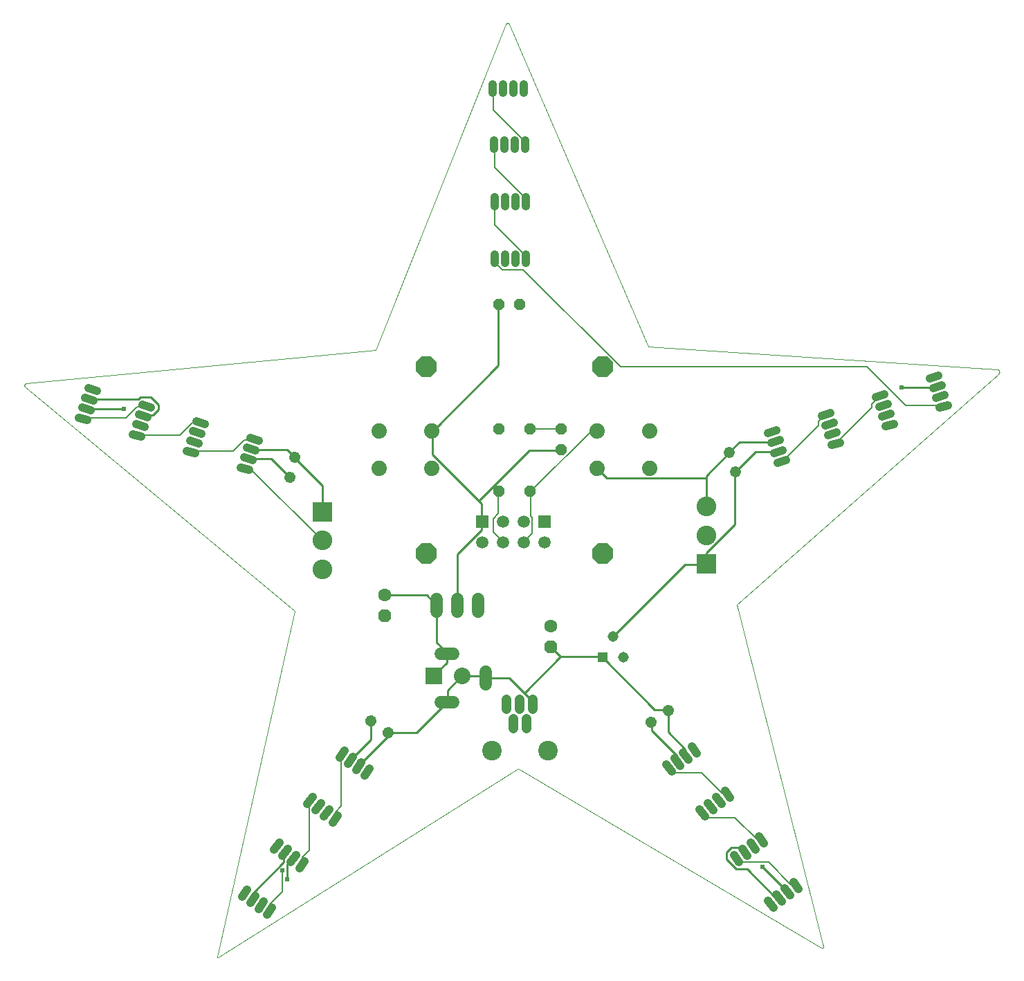
<source format=gtl>
G04 EAGLE Gerber RS-274X export*
G75*
%MOMM*%
%FSLAX34Y34*%
%LPD*%
%INTop Copper*%
%IPPOS*%
%AMOC8*
5,1,8,0,0,1.08239X$1,22.5*%
G01*
%ADD10C,0.001000*%
%ADD11P,1.429621X8X292.500000*%
%ADD12P,1.429621X8X112.500000*%
%ADD13C,1.879600*%
%ADD14R,1.508000X1.508000*%
%ADD15C,1.508000*%
%ADD16C,1.058000*%
%ADD17R,1.308000X1.308000*%
%ADD18C,1.308000*%
%ADD19C,1.508000*%
%ADD20P,2.749271X8X202.500000*%
%ADD21R,2.413000X2.413000*%
%ADD22C,2.413000*%
%ADD23C,1.524000*%
%ADD24R,2.032000X2.032000*%
%ADD25C,2.032000*%
%ADD26P,1.732040X8X292.500000*%
%ADD27C,1.600200*%
%ADD28C,1.208000*%
%ADD29C,2.400000*%
%ADD30P,1.429621X8X278.500000*%
%ADD31P,1.429621X8X202.500000*%
%ADD32P,1.429621X8X130.500000*%
%ADD33P,1.429621X8X58.500000*%
%ADD34P,1.429621X8X346.500000*%
%ADD35C,0.152400*%
%ADD36C,0.254000*%
%ADD37C,0.609600*%


D10*
X767380Y748707D02*
X596777Y1142947D01*
X596737Y1143033D01*
X596694Y1143119D01*
X596647Y1143202D01*
X596597Y1143283D01*
X596543Y1143362D01*
X596487Y1143439D01*
X596427Y1143513D01*
X596364Y1143585D01*
X596298Y1143655D01*
X596230Y1143721D01*
X596159Y1143785D01*
X596085Y1143845D01*
X596009Y1143903D01*
X595930Y1143957D01*
X595849Y1144008D01*
X595767Y1144056D01*
X595682Y1144100D01*
X595596Y1144141D01*
X595508Y1144178D01*
X595418Y1144211D01*
X595327Y1144241D01*
X595235Y1144267D01*
X595143Y1144289D01*
X595049Y1144307D01*
X594954Y1144321D01*
X594860Y1144332D01*
X594764Y1144338D01*
X594669Y1144341D01*
X594573Y1144340D01*
X594478Y1144334D01*
X594383Y1144325D01*
X594288Y1144312D01*
X594194Y1144295D01*
X594101Y1144274D01*
X594009Y1144249D01*
X593918Y1144221D01*
X593828Y1144188D01*
X593740Y1144153D01*
X593653Y1144113D01*
X593567Y1144070D01*
X593484Y1144023D01*
X593403Y1143973D01*
X593323Y1143920D01*
X593247Y1143863D01*
X593172Y1143804D01*
X593100Y1143741D01*
X593031Y1143676D01*
X592964Y1143607D01*
X592900Y1143536D01*
X592839Y1143462D01*
X592782Y1143386D01*
X592727Y1143308D01*
X592676Y1143227D01*
X592628Y1143145D01*
X592584Y1143060D01*
X592543Y1142974D01*
X592506Y1142886D01*
X433200Y743945D01*
X5663Y703530D01*
X5568Y703520D01*
X5473Y703505D01*
X5379Y703486D01*
X5286Y703464D01*
X5193Y703437D01*
X5102Y703407D01*
X5012Y703374D01*
X4924Y703336D01*
X4837Y703296D01*
X4752Y703251D01*
X4668Y703204D01*
X4587Y703153D01*
X4508Y703098D01*
X4431Y703041D01*
X4357Y702980D01*
X4285Y702917D01*
X4215Y702850D01*
X4149Y702781D01*
X4085Y702709D01*
X4024Y702635D01*
X3967Y702558D01*
X3912Y702479D01*
X3861Y702398D01*
X3813Y702315D01*
X3768Y702230D01*
X3727Y702143D01*
X3690Y702055D01*
X3656Y701965D01*
X3626Y701874D01*
X3599Y701782D01*
X3576Y701688D01*
X3557Y701594D01*
X3542Y701500D01*
X3531Y701404D01*
X3524Y701309D01*
X3520Y701213D01*
X3521Y701117D01*
X3525Y701021D01*
X3533Y700925D01*
X3545Y700830D01*
X3561Y700735D01*
X3581Y700641D01*
X3605Y700548D01*
X3632Y700456D01*
X3663Y700365D01*
X3698Y700276D01*
X3736Y700188D01*
X3778Y700101D01*
X3823Y700017D01*
X3872Y699934D01*
X3924Y699853D01*
X3979Y699775D01*
X4037Y699699D01*
X4099Y699625D01*
X4163Y699554D01*
X4230Y699485D01*
X4300Y699419D01*
X4373Y699356D01*
X4372Y699356D02*
X334466Y424653D01*
X239866Y1453D01*
X239857Y1405D01*
X239852Y1357D01*
X239851Y1308D01*
X239854Y1260D01*
X239860Y1212D01*
X239870Y1165D01*
X239884Y1118D01*
X239902Y1073D01*
X239923Y1029D01*
X239947Y987D01*
X239974Y947D01*
X240005Y910D01*
X240038Y875D01*
X240074Y842D01*
X240113Y813D01*
X240154Y787D01*
X240196Y763D01*
X240240Y744D01*
X240286Y728D01*
X240333Y715D01*
X240381Y706D01*
X240429Y701D01*
X240477Y700D01*
X240526Y703D01*
X240574Y709D01*
X240621Y719D01*
X240668Y733D01*
X240713Y750D01*
X240757Y771D01*
X240799Y795D01*
X607616Y232081D01*
X978645Y12656D01*
X978716Y12616D01*
X978789Y12580D01*
X978864Y12547D01*
X978940Y12518D01*
X979017Y12493D01*
X979095Y12471D01*
X979175Y12453D01*
X979255Y12439D01*
X979336Y12429D01*
X979417Y12422D01*
X979498Y12420D01*
X979580Y12422D01*
X979661Y12427D01*
X979742Y12436D01*
X979822Y12449D01*
X979902Y12466D01*
X979980Y12487D01*
X980058Y12512D01*
X980134Y12540D01*
X980209Y12572D01*
X980282Y12607D01*
X980354Y12646D01*
X980423Y12688D01*
X980491Y12734D01*
X980556Y12783D01*
X980619Y12835D01*
X980679Y12889D01*
X980736Y12947D01*
X980791Y13007D01*
X980843Y13070D01*
X980891Y13136D01*
X980937Y13203D01*
X980979Y13273D01*
X981018Y13344D01*
X981053Y13418D01*
X981085Y13493D01*
X981113Y13569D01*
X981137Y13647D01*
X981158Y13726D01*
X981174Y13805D01*
X981187Y13886D01*
X981196Y13966D01*
X981202Y14048D01*
X981203Y14129D01*
X981200Y14210D01*
X981194Y14292D01*
X981183Y14372D01*
X981169Y14452D01*
X981151Y14532D01*
X981150Y14532D02*
X875170Y432359D01*
X1195568Y714823D01*
X1195652Y714899D01*
X1195734Y714979D01*
X1195812Y715061D01*
X1195888Y715145D01*
X1195960Y715233D01*
X1196030Y715322D01*
X1196097Y715414D01*
X1196160Y715508D01*
X1196220Y715605D01*
X1196277Y715703D01*
X1196330Y715803D01*
X1196380Y715905D01*
X1196427Y716009D01*
X1196470Y716114D01*
X1196509Y716220D01*
X1196545Y716328D01*
X1196577Y716437D01*
X1196605Y716547D01*
X1196629Y716658D01*
X1196650Y716769D01*
X1196667Y716882D01*
X1196680Y716995D01*
X1196689Y717108D01*
X1196695Y717221D01*
X1196696Y717335D01*
X1196694Y717448D01*
X1196687Y717562D01*
X1196677Y717675D01*
X1196663Y717787D01*
X1196645Y717899D01*
X1196624Y718011D01*
X1196598Y718121D01*
X1196569Y718231D01*
X1196536Y718340D01*
X1196499Y718447D01*
X1196459Y718553D01*
X1196415Y718658D01*
X1196368Y718761D01*
X1196317Y718863D01*
X1196263Y718962D01*
X1196205Y719060D01*
X1196144Y719156D01*
X1196080Y719250D01*
X1196012Y719341D01*
X1195942Y719430D01*
X1195868Y719517D01*
X1195792Y719601D01*
X1195713Y719682D01*
X1195631Y719761D01*
X1195546Y719836D01*
X1195459Y719909D01*
X1195370Y719979D01*
X1195278Y720046D01*
X1195184Y720109D01*
X1195088Y720170D01*
X1194990Y720227D01*
X1194890Y720280D01*
X1194788Y720331D01*
X1194684Y720377D01*
X1194579Y720420D01*
X1194473Y720460D01*
X1194365Y720496D01*
X1194256Y720528D01*
X1194146Y720557D01*
X1194035Y720581D01*
X1193924Y720602D01*
X1193812Y720619D01*
X1193699Y720632D01*
X1193586Y720642D01*
X1193585Y720642D02*
X767380Y748707D01*
D11*
X660400Y647700D03*
X660400Y622300D03*
D12*
X622300Y571500D03*
X622300Y647700D03*
X584200Y571500D03*
X584200Y647700D03*
D13*
X502412Y599694D03*
X437388Y599694D03*
X502412Y644906D03*
X437388Y644906D03*
X704088Y644906D03*
X769112Y644906D03*
X704088Y599694D03*
X769112Y599694D03*
D14*
X563500Y534670D03*
D15*
X588900Y534670D03*
X614300Y534670D03*
X614300Y509270D03*
X588900Y509270D03*
X563500Y509270D03*
X639700Y509270D03*
D14*
X639700Y534670D03*
D16*
X576580Y1058970D02*
X576580Y1069550D01*
X589280Y1069550D02*
X589280Y1058970D01*
X601980Y1058970D02*
X601980Y1069550D01*
X614680Y1069550D02*
X614680Y1058970D01*
X577850Y1000970D02*
X577850Y990390D01*
X590550Y990390D02*
X590550Y1000970D01*
X603250Y1000970D02*
X603250Y990390D01*
X615950Y990390D02*
X615950Y1000970D01*
X579120Y931120D02*
X579120Y920540D01*
X591820Y920540D02*
X591820Y931120D01*
X604520Y931120D02*
X604520Y920540D01*
X617220Y920540D02*
X617220Y931120D01*
X579120Y861270D02*
X579120Y850690D01*
X591820Y850690D02*
X591820Y861270D01*
X604520Y861270D02*
X604520Y850690D01*
X617220Y850690D02*
X617220Y861270D01*
X1111762Y709903D02*
X1121824Y713172D01*
X1125749Y701094D02*
X1115687Y697825D01*
X1119611Y685746D02*
X1129673Y689015D01*
X1133598Y676937D02*
X1123536Y673668D01*
X1055784Y690312D02*
X1045722Y687043D01*
X1049647Y674965D02*
X1059709Y678234D01*
X1063633Y666155D02*
X1053571Y662886D01*
X1057496Y650808D02*
X1067558Y654077D01*
X989744Y667452D02*
X979682Y664183D01*
X983607Y652105D02*
X993669Y655374D01*
X997593Y643295D02*
X987531Y640026D01*
X991456Y627948D02*
X1001518Y631217D01*
X923704Y645862D02*
X913642Y642593D01*
X917567Y630515D02*
X927629Y633784D01*
X931553Y621705D02*
X921491Y618436D01*
X925416Y606358D02*
X935478Y609627D01*
X944482Y92947D02*
X950701Y84388D01*
X940427Y76923D02*
X934208Y85482D01*
X923933Y78017D02*
X930152Y69458D01*
X919878Y61993D02*
X913659Y70552D01*
X908791Y140268D02*
X902572Y148827D01*
X892298Y141362D02*
X898517Y132803D01*
X888242Y125338D02*
X882023Y133897D01*
X871749Y126432D02*
X877968Y117873D01*
X866881Y196148D02*
X860662Y204707D01*
X850388Y197242D02*
X856607Y188683D01*
X846332Y181218D02*
X840113Y189777D01*
X829839Y182312D02*
X836058Y173753D01*
X826241Y250758D02*
X820022Y259317D01*
X809748Y251852D02*
X815967Y243293D01*
X805692Y235828D02*
X799473Y244387D01*
X789199Y236922D02*
X795418Y228363D01*
X306811Y61662D02*
X300592Y53103D01*
X290318Y60568D02*
X296537Y69127D01*
X286262Y76592D02*
X280043Y68033D01*
X269769Y75498D02*
X275988Y84057D01*
X339962Y110253D02*
X346181Y118812D01*
X335907Y126277D02*
X329688Y117718D01*
X319413Y125183D02*
X325632Y133742D01*
X315358Y141207D02*
X309139Y132648D01*
X380602Y166133D02*
X386821Y174692D01*
X376547Y182157D02*
X370328Y173598D01*
X360053Y181063D02*
X366272Y189622D01*
X355998Y197087D02*
X349779Y188528D01*
D17*
X711200Y368300D03*
D18*
X723900Y393700D03*
X736600Y368300D03*
D19*
X528240Y312900D02*
X513160Y312900D01*
X513160Y372900D02*
X528240Y372900D01*
X567700Y350440D02*
X567700Y335360D01*
D20*
X495300Y723900D03*
X495300Y495300D03*
X711200Y723900D03*
X711200Y495300D03*
D21*
X838200Y482600D03*
D22*
X838200Y517600D03*
X838200Y552600D03*
D21*
X368300Y546100D03*
D22*
X368300Y511100D03*
X368300Y476100D03*
D23*
X508000Y439420D02*
X508000Y424180D01*
X533400Y424180D02*
X533400Y439420D01*
X558800Y439420D02*
X558800Y424180D01*
D24*
X504190Y345440D03*
D25*
X539190Y345440D03*
D26*
X647700Y381000D03*
D27*
X647700Y406400D03*
D26*
X444500Y419100D03*
D27*
X444500Y444500D03*
D28*
X609600Y316880D02*
X609600Y304800D01*
X593600Y304800D02*
X593600Y316880D01*
X625600Y316880D02*
X625600Y304800D01*
D29*
X575600Y254300D03*
D28*
X601600Y280720D02*
X601600Y292800D01*
X617600Y292800D02*
X617600Y280720D01*
D29*
X644600Y254300D03*
D16*
X426191Y231842D02*
X419972Y223283D01*
X409698Y230748D02*
X415917Y239307D01*
X405642Y246772D02*
X399423Y238213D01*
X389149Y245678D02*
X395368Y254237D01*
X80424Y658428D02*
X70362Y661697D01*
X74287Y673775D02*
X84349Y670506D01*
X88273Y682585D02*
X78211Y685854D01*
X82136Y697932D02*
X92198Y694663D01*
X136402Y641377D02*
X146464Y638108D01*
X150389Y650186D02*
X140327Y653455D01*
X144251Y665534D02*
X154313Y662265D01*
X158238Y674343D02*
X148176Y677612D01*
X202442Y621057D02*
X212504Y617788D01*
X216429Y629866D02*
X206367Y633135D01*
X210291Y645214D02*
X220353Y641945D01*
X224278Y654023D02*
X214216Y657292D01*
X268482Y600737D02*
X278544Y597468D01*
X282469Y609546D02*
X272407Y612815D01*
X276331Y624894D02*
X286393Y621625D01*
X290318Y633703D02*
X280256Y636972D01*
D30*
X334542Y613033D03*
X328398Y588387D03*
D31*
X609600Y800100D03*
X584200Y800100D03*
D32*
X873875Y594982D03*
X866025Y619138D03*
D33*
X770775Y288445D03*
X791325Y303375D03*
D34*
X427875Y290675D03*
X448425Y275745D03*
D35*
X623316Y541020D02*
X623316Y571500D01*
X623316Y541020D02*
X624840Y539496D01*
X624840Y519684D01*
X615696Y510540D01*
X614300Y509270D01*
X696468Y644652D02*
X704088Y644652D01*
X696468Y644652D02*
X623316Y571500D01*
X704088Y644652D02*
X704088Y644906D01*
X623316Y571500D02*
X622300Y571500D01*
D36*
X878586Y631698D02*
X922020Y631698D01*
X878586Y631698D02*
X866394Y619506D01*
X922020Y631698D02*
X922598Y632149D01*
X866394Y619506D02*
X866025Y619138D01*
X1076706Y698754D02*
X1120140Y698754D01*
X1120718Y699459D01*
X838200Y590550D02*
X838200Y587502D01*
X838200Y552600D01*
X838200Y590550D02*
X865632Y617982D01*
X866025Y619138D01*
X812292Y256032D02*
X812292Y247650D01*
X812292Y256032D02*
X791718Y276606D01*
X791718Y303276D01*
X812292Y247650D02*
X812857Y247572D01*
X791718Y303276D02*
X791325Y303375D01*
X906780Y112014D02*
X937260Y81534D01*
X937317Y81202D01*
X412242Y234696D02*
X410718Y233172D01*
X412242Y234696D02*
X412807Y235028D01*
X448056Y271272D02*
X448056Y275082D01*
X448056Y271272D02*
X413004Y236220D01*
X448056Y275082D02*
X448425Y275745D01*
X413004Y236220D02*
X412807Y235028D01*
X305562Y611124D02*
X278130Y611124D01*
X305562Y611124D02*
X327660Y589026D01*
X278130Y611124D02*
X277438Y611181D01*
X327660Y589026D02*
X328398Y588387D01*
X124968Y672084D02*
X80010Y672084D01*
X79318Y672141D01*
X659892Y368808D02*
X710946Y368808D01*
X659892Y368808D02*
X647700Y381000D01*
X710946Y368808D02*
X711200Y368300D01*
X521208Y327660D02*
X521208Y313182D01*
X521208Y327660D02*
X538734Y345186D01*
X521208Y313182D02*
X520700Y312900D01*
X538734Y345186D02*
X539190Y345440D01*
X624840Y314706D02*
X624840Y304800D01*
X615315Y324231D02*
X596646Y342900D01*
X615315Y324231D02*
X624840Y314706D01*
X596646Y342900D02*
X567700Y342900D01*
X624840Y304800D02*
X625600Y304800D01*
X565404Y345186D02*
X540258Y345186D01*
X565404Y345186D02*
X566928Y343662D01*
X540258Y345186D02*
X539190Y345440D01*
X566928Y343662D02*
X567700Y342900D01*
X615315Y324231D02*
X659892Y368808D01*
X563118Y524256D02*
X563118Y534162D01*
X563118Y524256D02*
X533400Y494538D01*
X533400Y431800D01*
X563118Y534162D02*
X563500Y534670D01*
X502920Y616458D02*
X502920Y644652D01*
X559308Y560070D02*
X563118Y556260D01*
X559308Y560070D02*
X502920Y616458D01*
X563118Y556260D02*
X563118Y535686D01*
X502920Y644652D02*
X502412Y644906D01*
X563118Y535686D02*
X563500Y534670D01*
X621030Y621792D02*
X659892Y621792D01*
X621030Y621792D02*
X559308Y560070D01*
X659892Y621792D02*
X660400Y622300D01*
X583692Y725424D02*
X583692Y800100D01*
X583692Y725424D02*
X503682Y645414D01*
X583692Y800100D02*
X584200Y800100D01*
X503682Y645414D02*
X502412Y644906D01*
X483108Y275844D02*
X449580Y275844D01*
X483108Y275844D02*
X519684Y312420D01*
X449580Y275844D02*
X448425Y275745D01*
X519684Y312420D02*
X520700Y312900D01*
X774954Y304038D02*
X790194Y304038D01*
X774954Y304038D02*
X711708Y367284D01*
X790194Y304038D02*
X791325Y303375D01*
X711708Y367284D02*
X711200Y368300D01*
X716280Y587502D02*
X838200Y587502D01*
X716280Y587502D02*
X704088Y599694D01*
D37*
X1076706Y698754D03*
X906780Y112014D03*
X124968Y672084D03*
D36*
X325374Y115062D02*
X325374Y96774D01*
X325374Y115062D02*
X332232Y121920D01*
X332797Y121998D01*
D37*
X325374Y96774D03*
D35*
X622300Y647700D02*
X660400Y647700D01*
X583692Y571500D02*
X583692Y544068D01*
X577596Y537972D01*
X577596Y521208D01*
X588264Y510540D01*
X584200Y571500D02*
X583692Y571500D01*
X588264Y510540D02*
X588900Y509270D01*
D36*
X325374Y622554D02*
X281940Y622554D01*
X325374Y622554D02*
X334518Y613410D01*
X281940Y622554D02*
X281362Y623259D01*
X334518Y613410D02*
X334542Y613033D01*
X143256Y684276D02*
X83820Y684276D01*
X143256Y684276D02*
X145542Y686562D01*
X158496Y686562D01*
X167640Y677418D01*
X167640Y671322D01*
X160782Y664464D01*
X149352Y664464D01*
X83820Y684276D02*
X83242Y684219D01*
X149352Y664464D02*
X149282Y663899D01*
X368046Y578358D02*
X368046Y546354D01*
X368046Y578358D02*
X334518Y611886D01*
X368046Y546354D02*
X368300Y546100D01*
X334518Y611886D02*
X334542Y613033D01*
X898398Y619506D02*
X925830Y619506D01*
X898398Y619506D02*
X874014Y595122D01*
X925830Y619506D02*
X926522Y620071D01*
X874014Y595122D02*
X873875Y594982D01*
X838200Y496062D02*
X838200Y482600D01*
X838200Y496062D02*
X873252Y531114D01*
X873252Y594360D01*
X873875Y594982D01*
X402533Y242492D02*
X402336Y242316D01*
X427482Y267462D02*
X427482Y290322D01*
X427482Y267462D02*
X403098Y243078D01*
X427482Y290322D02*
X427875Y290675D01*
X403098Y243078D02*
X402533Y242492D01*
X802386Y240792D02*
X802386Y247650D01*
X771144Y278892D01*
X771144Y288036D01*
X802386Y240792D02*
X802583Y240108D01*
X771144Y288036D02*
X770775Y288445D01*
X922782Y73914D02*
X926592Y73914D01*
X922782Y73914D02*
X887730Y108966D01*
X874776Y108966D01*
X862584Y121158D01*
X862584Y129540D01*
X868680Y135636D01*
X879348Y135636D01*
X884682Y130302D01*
X926592Y73914D02*
X927043Y73738D01*
X885133Y129618D02*
X884682Y130302D01*
X837438Y481584D02*
X811530Y481584D01*
X723900Y393954D01*
X837438Y481584D02*
X838200Y482600D01*
X723900Y393954D02*
X723900Y393700D01*
X283464Y80010D02*
X283464Y72390D01*
X283464Y80010D02*
X320802Y117348D01*
X320802Y127254D01*
X322326Y128778D01*
X283464Y72390D02*
X283153Y72312D01*
X322326Y128778D02*
X322523Y129462D01*
D35*
X577596Y1037844D02*
X577596Y1063752D01*
X577596Y1037844D02*
X615696Y999744D01*
X615696Y996696D01*
X577596Y1063752D02*
X576580Y1064260D01*
X615696Y996696D02*
X615950Y995680D01*
X941832Y89916D02*
X946404Y89916D01*
X941832Y89916D02*
X914400Y117348D01*
X880872Y117348D01*
X876300Y121920D01*
X946404Y89916D02*
X947592Y88667D01*
X876300Y121920D02*
X874858Y122153D01*
X931164Y608076D02*
X975360Y652272D01*
X975360Y656844D01*
X984504Y665988D01*
X931164Y608076D02*
X930447Y607992D01*
X984504Y665988D02*
X984713Y665818D01*
X1001268Y635508D02*
X996696Y630936D01*
X1001268Y635508D02*
X1002792Y635508D01*
X1040892Y673608D01*
X1040892Y678180D01*
X1050036Y687324D01*
X996696Y630936D02*
X996487Y629582D01*
X1050036Y687324D02*
X1050753Y688678D01*
X1082040Y676656D02*
X1127760Y676656D01*
X1082040Y676656D02*
X1034796Y723900D01*
X733044Y723900D01*
X614172Y842772D01*
X588264Y842772D01*
X579120Y851916D01*
X579120Y855980D01*
X1127760Y676656D02*
X1128567Y675302D01*
X579120Y897636D02*
X579120Y925830D01*
X579120Y897636D02*
X617220Y859536D01*
X617220Y855980D01*
X579120Y967740D02*
X579120Y995172D01*
X579120Y967740D02*
X617220Y929640D01*
X617220Y925830D01*
X579120Y995172D02*
X577850Y995680D01*
X900684Y144780D02*
X905256Y144780D01*
X900684Y144780D02*
X873252Y172212D01*
X838200Y172212D01*
X833628Y176784D01*
X905256Y144780D02*
X905682Y144547D01*
X833628Y176784D02*
X832948Y178033D01*
D36*
X520446Y361950D02*
X520446Y372618D01*
X520446Y361950D02*
X504444Y345948D01*
X520446Y372618D02*
X520700Y372900D01*
X504444Y345948D02*
X504190Y345440D01*
X508254Y386334D02*
X508254Y431292D01*
X508254Y386334D02*
X520446Y374142D01*
X508254Y431292D02*
X508000Y431800D01*
X520446Y374142D02*
X520700Y372900D01*
X496062Y444246D02*
X445008Y444246D01*
X496062Y444246D02*
X507492Y432816D01*
X445008Y444246D02*
X444500Y444500D01*
X507492Y432816D02*
X508000Y431800D01*
D35*
X858012Y201168D02*
X862584Y201168D01*
X858012Y201168D02*
X832104Y227076D01*
X797052Y227076D01*
X792480Y231648D01*
X862584Y201168D02*
X863772Y200427D01*
X792480Y231648D02*
X792308Y232643D01*
X304038Y66294D02*
X304038Y57912D01*
X304038Y66294D02*
X319278Y81534D01*
X319278Y107442D01*
X304038Y57912D02*
X303702Y57383D01*
D37*
X319278Y107442D03*
D35*
X343662Y115062D02*
X343662Y123444D01*
X352044Y131826D01*
X352044Y192024D01*
X352806Y192786D01*
X343662Y115062D02*
X343072Y114533D01*
X352806Y192786D02*
X352888Y192807D01*
X384048Y179070D02*
X384048Y170688D01*
X384048Y179070D02*
X390906Y185928D01*
X390906Y249174D01*
X391668Y249936D01*
X384048Y170688D02*
X383712Y170413D01*
X391668Y249936D02*
X392258Y249957D01*
X128016Y661416D02*
X76200Y661416D01*
X128016Y661416D02*
X141732Y675132D01*
X152400Y675132D01*
X76200Y661416D02*
X75393Y660062D01*
X152400Y675132D02*
X153207Y675978D01*
X141732Y640080D02*
X193548Y640080D01*
X208788Y655320D01*
X217932Y655320D01*
X141732Y640080D02*
X141433Y639742D01*
X217932Y655320D02*
X219247Y655658D01*
X208788Y620268D02*
X259080Y620268D01*
X272796Y633984D01*
X284988Y633984D01*
X208788Y620268D02*
X207473Y619422D01*
X284988Y633984D02*
X285287Y635338D01*
X280416Y598932D02*
X274320Y598932D01*
X280416Y598932D02*
X367284Y512064D01*
X274320Y598932D02*
X273513Y599102D01*
X367284Y512064D02*
X368300Y511100D01*
M02*

</source>
